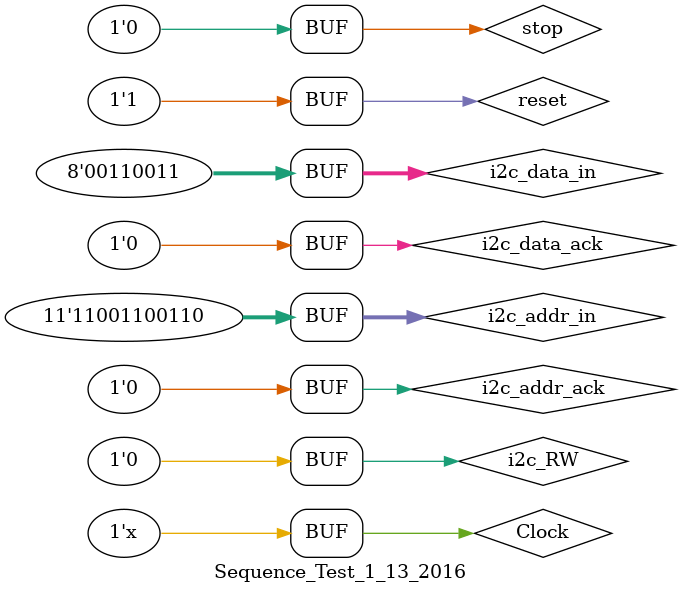
<source format=v>
`timescale 1ns / 1ps


module Sequence_Test_1_13_2016;

	// Inputs
	reg Clock;
	reg i2c_RW;
	reg [10:0] i2c_addr_in;
	reg [7:0] i2c_data_in;
	reg i2c_addr_ack;
	reg i2c_data_ack;
	reg reset;
	reg stop;

	// Outputs
	wire i2c_op;
	wire [10:0] i2c_addr_out;
	wire [7:0] i2c_data_out;
	wire i2c_xfc;

	// Instantiate the Unit Under Test (UUT)
	Sequencer uut (
		.Clock(Clock), 
		.i2c_RW(i2c_RW), 
		.i2c_op(i2c_op), 
		.i2c_addr_in(i2c_addr_in), 
		.i2c_addr_out(i2c_addr_out), 
		.i2c_data_in(i2c_data_in), 
		.i2c_data_out(i2c_data_out), 
		.i2c_addr_ack(i2c_addr_ack), 
		.i2c_data_ack(i2c_data_ack), 
		.i2c_xfc(i2c_xfc), 
		.reset(reset), 
		.stop(stop)
	);

	initial begin
		// Initialize Inputs
		Clock = 0;
		i2c_RW = 0;
		i2c_addr_in = 0;
		i2c_data_in = 0;
		i2c_addr_ack = 0;
		i2c_data_ack = 0;
		reset = 0;
		stop = 0;

		// Wait 100 ns for global reset to finish
		#100;
       end 
		// Add stimulus here
		always #5 Clock = !Clock;
		
		initial begin
		
		reset = 1'b1;
		#100;
		reset = 1'b0;
		#100
		reset = 1'b1;
		#100
		i2c_RW = 1;
		i2c_addr_in = 11'b00000000000;
		#200
		i2c_addr_ack = 1'b1;
		#100
		i2c_addr_ack = 1'b0;
		#200
		i2c_data_in = 8'b11111111;
		#100
		i2c_data_ack = 1'b1;
		#20
		i2c_data_ack = 1'b0;
		
		#200
		i2c_data_in = 8'b01010101;
		#100
		i2c_data_ack = 1'b1;
		#20
		i2c_data_ack = 1'b0;
		
		#200
		i2c_data_in = 8'b00000000;
		#100
		i2c_data_ack = 1'b1;
		#20
		i2c_data_ack = 1'b0;
		
		#200
		i2c_data_in = 8'b11110000;
		#100
		i2c_data_ack = 1'b1;
		#20
		i2c_data_ack = 1'b0;
		
		#200
		i2c_data_in = 8'b00110011;
		#100
		i2c_data_ack = 1'b1;
		#20
		i2c_data_ack = 1'b0;
		#300
		stop = 1'b1;
		#100
		stop = 1'b0;
		//new transaction
		#100
		i2c_RW = 0;
		i2c_addr_in = 11'b011001100110;
		#200
		i2c_addr_ack = 1'b1;
		#100
		i2c_addr_ack = 1'b0;
		#200
		i2c_data_in = 8'b11111111;
		#100
		i2c_data_ack = 1'b1;
		#20
		i2c_data_ack = 1'b0;
		
		#200
		i2c_data_in = 8'b01010101;
		#100
		i2c_data_ack = 1'b1;
		#20
		i2c_data_ack = 1'b0;
		
		#200
		i2c_data_in = 8'b00000000;
		#100
		i2c_data_ack = 1'b1;
		#20
		i2c_data_ack = 1'b0;
		
		#200
		i2c_data_in = 8'b11110000;
		#100
		i2c_data_ack = 1'b1;
		#20
		i2c_data_ack = 1'b0;
		
		#200
		i2c_data_in = 8'b00110011;
		#100
		i2c_data_ack = 1'b1;
		#20
		i2c_data_ack = 1'b0;
		#300
		stop = 1'b1;
		#100
		stop = 1'b0;
		
		
		
	end
      
endmodule


</source>
